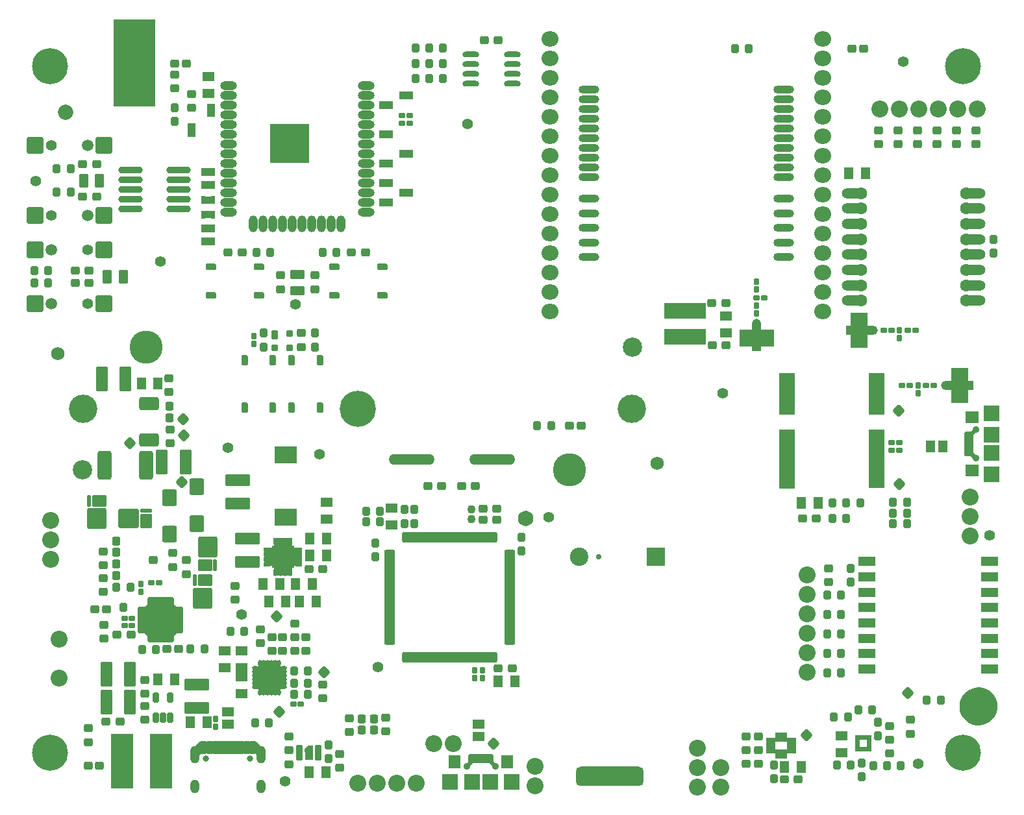
<source format=gts>
G04*
G04 #@! TF.GenerationSoftware,Altium Limited,Altium Designer,20.0.9 (164)*
G04*
G04 Layer_Color=8388736*
%FSLAX25Y25*%
%MOIN*%
G70*
G01*
G75*
%ADD31C,0.03937*%
%ADD32C,0.11811*%
%ADD33R,0.05217X0.04816*%
%ADD34R,0.04816X0.05217*%
%ADD35R,0.28543X0.06496*%
%ADD36R,0.05906X0.04685*%
%ADD37R,0.29921X0.09941*%
%ADD38R,0.34934X0.04921*%
%ADD39R,0.04740X0.09350*%
%ADD40R,0.07874X0.06693*%
%ADD41R,0.19502X0.09646*%
%ADD42R,0.09646X0.19502*%
%ADD43R,0.09350X0.04740*%
%ADD44R,0.11811X0.23352*%
%ADD45R,0.23347X0.11811*%
%ADD46R,0.08675X0.07032*%
%ADD47R,0.07305X0.08674*%
%ADD48R,0.08674X0.06035*%
%ADD49R,0.08071X0.21457*%
%ADD50R,0.08071X0.30118*%
%ADD51R,0.03346X0.07677*%
%ADD52R,0.03347X0.07677*%
%ADD53R,0.04685X0.05906*%
%ADD54R,0.21457X0.44685*%
%ADD55R,0.03150X0.09941*%
%ADD56R,0.09941X0.03150*%
%ADD57R,0.47342X0.05512*%
%ADD58R,0.05512X0.47342*%
G04:AMPARAMS|DCode=59|XSize=86.74mil|YSize=43.43mil|CornerRadius=21.72mil|HoleSize=0mil|Usage=FLASHONLY|Rotation=180.000|XOffset=0mil|YOffset=0mil|HoleType=Round|Shape=RoundedRectangle|*
%AMROUNDEDRECTD59*
21,1,0.08674,0.00000,0,0,180.0*
21,1,0.04331,0.04343,0,0,180.0*
1,1,0.04343,-0.02165,0.00000*
1,1,0.04343,0.02165,0.00000*
1,1,0.04343,0.02165,0.00000*
1,1,0.04343,-0.02165,0.00000*
%
%ADD59ROUNDEDRECTD59*%
G04:AMPARAMS|DCode=60|XSize=86.74mil|YSize=43.43mil|CornerRadius=21.72mil|HoleSize=0mil|Usage=FLASHONLY|Rotation=90.000|XOffset=0mil|YOffset=0mil|HoleType=Round|Shape=RoundedRectangle|*
%AMROUNDEDRECTD60*
21,1,0.08674,0.00000,0,0,90.0*
21,1,0.04331,0.04343,0,0,90.0*
1,1,0.04343,0.00000,0.02165*
1,1,0.04343,0.00000,-0.02165*
1,1,0.04343,0.00000,-0.02165*
1,1,0.04343,0.00000,0.02165*
%
%ADD60ROUNDEDRECTD60*%
%ADD61R,0.20485X0.20485*%
G04:AMPARAMS|DCode=62|XSize=43.43mil|YSize=39.5mil|CornerRadius=7.15mil|HoleSize=0mil|Usage=FLASHONLY|Rotation=180.000|XOffset=0mil|YOffset=0mil|HoleType=Round|Shape=RoundedRectangle|*
%AMROUNDEDRECTD62*
21,1,0.04343,0.02520,0,0,180.0*
21,1,0.02913,0.03950,0,0,180.0*
1,1,0.01430,-0.01457,0.01260*
1,1,0.01430,0.01457,0.01260*
1,1,0.01430,0.01457,-0.01260*
1,1,0.01430,-0.01457,-0.01260*
%
%ADD62ROUNDEDRECTD62*%
G04:AMPARAMS|DCode=63|XSize=47.37mil|YSize=35.56mil|CornerRadius=6.76mil|HoleSize=0mil|Usage=FLASHONLY|Rotation=270.000|XOffset=0mil|YOffset=0mil|HoleType=Round|Shape=RoundedRectangle|*
%AMROUNDEDRECTD63*
21,1,0.04737,0.02205,0,0,270.0*
21,1,0.03386,0.03556,0,0,270.0*
1,1,0.01351,-0.01102,-0.01693*
1,1,0.01351,-0.01102,0.01693*
1,1,0.01351,0.01102,0.01693*
1,1,0.01351,0.01102,-0.01693*
%
%ADD63ROUNDEDRECTD63*%
G04:AMPARAMS|DCode=64|XSize=31.62mil|YSize=35.56mil|CornerRadius=6.36mil|HoleSize=0mil|Usage=FLASHONLY|Rotation=270.000|XOffset=0mil|YOffset=0mil|HoleType=Round|Shape=RoundedRectangle|*
%AMROUNDEDRECTD64*
21,1,0.03162,0.02284,0,0,270.0*
21,1,0.01890,0.03556,0,0,270.0*
1,1,0.01272,-0.01142,-0.00945*
1,1,0.01272,-0.01142,0.00945*
1,1,0.01272,0.01142,0.00945*
1,1,0.01272,0.01142,-0.00945*
%
%ADD64ROUNDEDRECTD64*%
G04:AMPARAMS|DCode=65|XSize=48.16mil|YSize=22.17mil|CornerRadius=11.09mil|HoleSize=0mil|Usage=FLASHONLY|Rotation=270.000|XOffset=0mil|YOffset=0mil|HoleType=Round|Shape=RoundedRectangle|*
%AMROUNDEDRECTD65*
21,1,0.04816,0.00000,0,0,270.0*
21,1,0.02598,0.02217,0,0,270.0*
1,1,0.02217,0.00000,-0.01299*
1,1,0.02217,0.00000,0.01299*
1,1,0.02217,0.00000,0.01299*
1,1,0.02217,0.00000,-0.01299*
%
%ADD65ROUNDEDRECTD65*%
%ADD66R,0.04776X0.02178*%
%ADD67R,0.02178X0.04776*%
G04:AMPARAMS|DCode=68|XSize=48.16mil|YSize=22.17mil|CornerRadius=11.09mil|HoleSize=0mil|Usage=FLASHONLY|Rotation=0.000|XOffset=0mil|YOffset=0mil|HoleType=Round|Shape=RoundedRectangle|*
%AMROUNDEDRECTD68*
21,1,0.04816,0.00000,0,0,0.0*
21,1,0.02598,0.02217,0,0,0.0*
1,1,0.02217,0.01299,0.00000*
1,1,0.02217,-0.01299,0.00000*
1,1,0.02217,-0.01299,0.00000*
1,1,0.02217,0.01299,0.00000*
%
%ADD68ROUNDEDRECTD68*%
%ADD69R,0.01981X0.06509*%
%ADD70R,0.03162X0.06509*%
G04:AMPARAMS|DCode=71|XSize=51.31mil|YSize=31.62mil|CornerRadius=6.36mil|HoleSize=0mil|Usage=FLASHONLY|Rotation=90.000|XOffset=0mil|YOffset=0mil|HoleType=Round|Shape=RoundedRectangle|*
%AMROUNDEDRECTD71*
21,1,0.05131,0.01890,0,0,90.0*
21,1,0.03858,0.03162,0,0,90.0*
1,1,0.01272,0.00945,0.01929*
1,1,0.01272,0.00945,-0.01929*
1,1,0.01272,-0.00945,-0.01929*
1,1,0.01272,-0.00945,0.01929*
%
%ADD71ROUNDEDRECTD71*%
G04:AMPARAMS|DCode=72|XSize=19.81mil|YSize=46.98mil|CornerRadius=5.18mil|HoleSize=0mil|Usage=FLASHONLY|Rotation=180.000|XOffset=0mil|YOffset=0mil|HoleType=Round|Shape=RoundedRectangle|*
%AMROUNDEDRECTD72*
21,1,0.01981,0.03661,0,0,180.0*
21,1,0.00945,0.04698,0,0,180.0*
1,1,0.01036,-0.00472,0.01831*
1,1,0.01036,0.00472,0.01831*
1,1,0.01036,0.00472,-0.01831*
1,1,0.01036,-0.00472,-0.01831*
%
%ADD72ROUNDEDRECTD72*%
G04:AMPARAMS|DCode=73|XSize=47.37mil|YSize=47.37mil|CornerRadius=7.94mil|HoleSize=0mil|Usage=FLASHONLY|Rotation=315.000|XOffset=0mil|YOffset=0mil|HoleType=Round|Shape=RoundedRectangle|*
%AMROUNDEDRECTD73*
21,1,0.04737,0.03150,0,0,315.0*
21,1,0.03150,0.04737,0,0,315.0*
1,1,0.01587,0.00000,-0.02227*
1,1,0.01587,-0.02227,0.00000*
1,1,0.01587,0.00000,0.02227*
1,1,0.01587,0.02227,0.00000*
%
%ADD73ROUNDEDRECTD73*%
G04:AMPARAMS|DCode=74|XSize=47.37mil|YSize=47.37mil|CornerRadius=7.94mil|HoleSize=0mil|Usage=FLASHONLY|Rotation=225.000|XOffset=0mil|YOffset=0mil|HoleType=Round|Shape=RoundedRectangle|*
%AMROUNDEDRECTD74*
21,1,0.04737,0.03150,0,0,225.0*
21,1,0.03150,0.04737,0,0,225.0*
1,1,0.01587,-0.02227,0.00000*
1,1,0.01587,0.00000,0.02227*
1,1,0.01587,0.02227,0.00000*
1,1,0.01587,0.00000,-0.02227*
%
%ADD74ROUNDEDRECTD74*%
G04:AMPARAMS|DCode=75|XSize=86.74mil|YSize=86.74mil|CornerRadius=11.87mil|HoleSize=0mil|Usage=FLASHONLY|Rotation=90.000|XOffset=0mil|YOffset=0mil|HoleType=Round|Shape=RoundedRectangle|*
%AMROUNDEDRECTD75*
21,1,0.08674,0.06299,0,0,90.0*
21,1,0.06299,0.08674,0,0,90.0*
1,1,0.02375,0.03150,0.03150*
1,1,0.02375,0.03150,-0.03150*
1,1,0.02375,-0.03150,-0.03150*
1,1,0.02375,-0.03150,0.03150*
%
%ADD75ROUNDEDRECTD75*%
G04:AMPARAMS|DCode=76|XSize=39.5mil|YSize=43.43mil|CornerRadius=7.15mil|HoleSize=0mil|Usage=FLASHONLY|Rotation=270.000|XOffset=0mil|YOffset=0mil|HoleType=Round|Shape=RoundedRectangle|*
%AMROUNDEDRECTD76*
21,1,0.03950,0.02913,0,0,270.0*
21,1,0.02520,0.04343,0,0,270.0*
1,1,0.01430,-0.01457,-0.01260*
1,1,0.01430,-0.01457,0.01260*
1,1,0.01430,0.01457,0.01260*
1,1,0.01430,0.01457,-0.01260*
%
%ADD76ROUNDEDRECTD76*%
G04:AMPARAMS|DCode=77|XSize=51.31mil|YSize=35.56mil|CornerRadius=6.76mil|HoleSize=0mil|Usage=FLASHONLY|Rotation=270.000|XOffset=0mil|YOffset=0mil|HoleType=Round|Shape=RoundedRectangle|*
%AMROUNDEDRECTD77*
21,1,0.05131,0.02205,0,0,270.0*
21,1,0.03780,0.03556,0,0,270.0*
1,1,0.01351,-0.01102,-0.01890*
1,1,0.01351,-0.01102,0.01890*
1,1,0.01351,0.01102,0.01890*
1,1,0.01351,0.01102,-0.01890*
%
%ADD77ROUNDEDRECTD77*%
G04:AMPARAMS|DCode=78|XSize=51.31mil|YSize=35.56mil|CornerRadius=6.76mil|HoleSize=0mil|Usage=FLASHONLY|Rotation=0.000|XOffset=0mil|YOffset=0mil|HoleType=Round|Shape=RoundedRectangle|*
%AMROUNDEDRECTD78*
21,1,0.05131,0.02205,0,0,0.0*
21,1,0.03780,0.03556,0,0,0.0*
1,1,0.01351,0.01890,-0.01102*
1,1,0.01351,-0.01890,-0.01102*
1,1,0.01351,-0.01890,0.01102*
1,1,0.01351,0.01890,0.01102*
%
%ADD78ROUNDEDRECTD78*%
G04:AMPARAMS|DCode=79|XSize=43.83mil|YSize=40.68mil|CornerRadius=7.27mil|HoleSize=0mil|Usage=FLASHONLY|Rotation=90.000|XOffset=0mil|YOffset=0mil|HoleType=Round|Shape=RoundedRectangle|*
%AMROUNDEDRECTD79*
21,1,0.04383,0.02614,0,0,90.0*
21,1,0.02929,0.04068,0,0,90.0*
1,1,0.01454,0.01307,0.01465*
1,1,0.01454,0.01307,-0.01465*
1,1,0.01454,-0.01307,-0.01465*
1,1,0.01454,-0.01307,0.01465*
%
%ADD79ROUNDEDRECTD79*%
G04:AMPARAMS|DCode=80|XSize=43.83mil|YSize=40.68mil|CornerRadius=7.27mil|HoleSize=0mil|Usage=FLASHONLY|Rotation=0.000|XOffset=0mil|YOffset=0mil|HoleType=Round|Shape=RoundedRectangle|*
%AMROUNDEDRECTD80*
21,1,0.04383,0.02614,0,0,0.0*
21,1,0.02929,0.04068,0,0,0.0*
1,1,0.01454,0.01465,-0.01307*
1,1,0.01454,-0.01465,-0.01307*
1,1,0.01454,-0.01465,0.01307*
1,1,0.01454,0.01465,0.01307*
%
%ADD80ROUNDEDRECTD80*%
G04:AMPARAMS|DCode=81|XSize=27.69mil|YSize=31.62mil|CornerRadius=5.97mil|HoleSize=0mil|Usage=FLASHONLY|Rotation=0.000|XOffset=0mil|YOffset=0mil|HoleType=Round|Shape=RoundedRectangle|*
%AMROUNDEDRECTD81*
21,1,0.02769,0.01968,0,0,0.0*
21,1,0.01575,0.03162,0,0,0.0*
1,1,0.01194,0.00787,-0.00984*
1,1,0.01194,-0.00787,-0.00984*
1,1,0.01194,-0.00787,0.00984*
1,1,0.01194,0.00787,0.00984*
%
%ADD81ROUNDEDRECTD81*%
%ADD82R,0.08280X0.08280*%
G04:AMPARAMS|DCode=83|XSize=47.37mil|YSize=23.75mil|CornerRadius=5.58mil|HoleSize=0mil|Usage=FLASHONLY|Rotation=180.000|XOffset=0mil|YOffset=0mil|HoleType=Round|Shape=RoundedRectangle|*
%AMROUNDEDRECTD83*
21,1,0.04737,0.01260,0,0,180.0*
21,1,0.03622,0.02375,0,0,180.0*
1,1,0.01115,-0.01811,0.00630*
1,1,0.01115,0.01811,0.00630*
1,1,0.01115,0.01811,-0.00630*
1,1,0.01115,-0.01811,-0.00630*
%
%ADD83ROUNDEDRECTD83*%
%ADD84R,0.08280X0.07887*%
%ADD85R,0.07099X0.06312*%
G04:AMPARAMS|DCode=86|XSize=67.06mil|YSize=27.29mil|CornerRadius=13.65mil|HoleSize=0mil|Usage=FLASHONLY|Rotation=270.000|XOffset=0mil|YOffset=0mil|HoleType=Round|Shape=RoundedRectangle|*
%AMROUNDEDRECTD86*
21,1,0.06706,0.00000,0,0,270.0*
21,1,0.03976,0.02729,0,0,270.0*
1,1,0.02729,0.00000,-0.01988*
1,1,0.02729,0.00000,0.01988*
1,1,0.02729,0.00000,0.01988*
1,1,0.02729,0.00000,-0.01988*
%
%ADD86ROUNDEDRECTD86*%
G04:AMPARAMS|DCode=87|XSize=63.12mil|YSize=72.33mil|CornerRadius=6.76mil|HoleSize=0mil|Usage=FLASHONLY|Rotation=90.000|XOffset=0mil|YOffset=0mil|HoleType=Round|Shape=RoundedRectangle|*
%AMROUNDEDRECTD87*
21,1,0.06312,0.05882,0,0,90.0*
21,1,0.04961,0.07233,0,0,90.0*
1,1,0.01351,0.02941,0.02480*
1,1,0.01351,0.02941,-0.02480*
1,1,0.01351,-0.02941,-0.02480*
1,1,0.01351,-0.02941,0.02480*
%
%ADD87ROUNDEDRECTD87*%
G04:AMPARAMS|DCode=88|XSize=106.42mil|YSize=98.55mil|CornerRadius=8.53mil|HoleSize=0mil|Usage=FLASHONLY|Rotation=270.000|XOffset=0mil|YOffset=0mil|HoleType=Round|Shape=RoundedRectangle|*
%AMROUNDEDRECTD88*
21,1,0.10642,0.08150,0,0,270.0*
21,1,0.08937,0.09855,0,0,270.0*
1,1,0.01706,-0.04075,-0.04469*
1,1,0.01706,-0.04075,0.04469*
1,1,0.01706,0.04075,0.04469*
1,1,0.01706,0.04075,-0.04469*
%
%ADD88ROUNDEDRECTD88*%
G04:AMPARAMS|DCode=89|XSize=63.12mil|YSize=19.81mil|CornerRadius=5.18mil|HoleSize=0mil|Usage=FLASHONLY|Rotation=90.000|XOffset=0mil|YOffset=0mil|HoleType=Round|Shape=RoundedRectangle|*
%AMROUNDEDRECTD89*
21,1,0.06312,0.00945,0,0,90.0*
21,1,0.05276,0.01981,0,0,90.0*
1,1,0.01036,0.00472,0.02638*
1,1,0.01036,0.00472,-0.02638*
1,1,0.01036,-0.00472,-0.02638*
1,1,0.01036,-0.00472,0.02638*
%
%ADD89ROUNDEDRECTD89*%
G04:AMPARAMS|DCode=90|XSize=63.12mil|YSize=19.81mil|CornerRadius=5.18mil|HoleSize=0mil|Usage=FLASHONLY|Rotation=180.000|XOffset=0mil|YOffset=0mil|HoleType=Round|Shape=RoundedRectangle|*
%AMROUNDEDRECTD90*
21,1,0.06312,0.00945,0,0,180.0*
21,1,0.05276,0.01981,0,0,180.0*
1,1,0.01036,-0.02638,0.00472*
1,1,0.01036,0.02638,0.00472*
1,1,0.01036,0.02638,-0.00472*
1,1,0.01036,-0.02638,-0.00472*
%
%ADD90ROUNDEDRECTD90*%
G04:AMPARAMS|DCode=91|XSize=106.42mil|YSize=98.55mil|CornerRadius=8.53mil|HoleSize=0mil|Usage=FLASHONLY|Rotation=0.000|XOffset=0mil|YOffset=0mil|HoleType=Round|Shape=RoundedRectangle|*
%AMROUNDEDRECTD91*
21,1,0.10642,0.08150,0,0,0.0*
21,1,0.08937,0.09855,0,0,0.0*
1,1,0.01706,0.04469,-0.04075*
1,1,0.01706,-0.04469,-0.04075*
1,1,0.01706,-0.04469,0.04075*
1,1,0.01706,0.04469,0.04075*
%
%ADD91ROUNDEDRECTD91*%
G04:AMPARAMS|DCode=92|XSize=63.12mil|YSize=72.33mil|CornerRadius=6.76mil|HoleSize=0mil|Usage=FLASHONLY|Rotation=180.000|XOffset=0mil|YOffset=0mil|HoleType=Round|Shape=RoundedRectangle|*
%AMROUNDEDRECTD92*
21,1,0.06312,0.05882,0,0,180.0*
21,1,0.04961,0.07233,0,0,180.0*
1,1,0.01351,-0.02480,0.02941*
1,1,0.01351,0.02480,0.02941*
1,1,0.01351,0.02480,-0.02941*
1,1,0.01351,-0.02480,-0.02941*
%
%ADD92ROUNDEDRECTD92*%
%ADD93R,0.01981X0.01981*%
%ADD94O,0.01981X0.03950*%
%ADD95R,0.01981X0.01981*%
%ADD96O,0.03950X0.01981*%
%ADD97R,0.11430X0.11430*%
%ADD98R,0.06312X0.07099*%
%ADD99R,0.07887X0.08280*%
G04:AMPARAMS|DCode=100|XSize=47.37mil|YSize=23.75mil|CornerRadius=5.58mil|HoleSize=0mil|Usage=FLASHONLY|Rotation=90.000|XOffset=0mil|YOffset=0mil|HoleType=Round|Shape=RoundedRectangle|*
%AMROUNDEDRECTD100*
21,1,0.04737,0.01260,0,0,90.0*
21,1,0.03622,0.02375,0,0,90.0*
1,1,0.01115,0.00630,0.01811*
1,1,0.01115,0.00630,-0.01811*
1,1,0.01115,-0.00630,-0.01811*
1,1,0.01115,-0.00630,0.01811*
%
%ADD100ROUNDEDRECTD100*%
%ADD101R,0.08280X0.08280*%
G04:AMPARAMS|DCode=102|XSize=20.47mil|YSize=46.85mil|CornerRadius=10.24mil|HoleSize=0mil|Usage=FLASHONLY|Rotation=270.000|XOffset=0mil|YOffset=0mil|HoleType=Round|Shape=RoundedRectangle|*
%AMROUNDEDRECTD102*
21,1,0.02047,0.02638,0,0,270.0*
21,1,0.00000,0.04685,0,0,270.0*
1,1,0.02047,-0.01319,0.00000*
1,1,0.02047,-0.01319,0.00000*
1,1,0.02047,0.01319,0.00000*
1,1,0.02047,0.01319,0.00000*
%
%ADD102ROUNDEDRECTD102*%
G04:AMPARAMS|DCode=103|XSize=20.47mil|YSize=46.85mil|CornerRadius=10.24mil|HoleSize=0mil|Usage=FLASHONLY|Rotation=0.000|XOffset=0mil|YOffset=0mil|HoleType=Round|Shape=RoundedRectangle|*
%AMROUNDEDRECTD103*
21,1,0.02047,0.02638,0,0,0.0*
21,1,0.00000,0.04685,0,0,0.0*
1,1,0.02047,0.00000,-0.01319*
1,1,0.02047,0.00000,-0.01319*
1,1,0.02047,0.00000,0.01319*
1,1,0.02047,0.00000,0.01319*
%
%ADD103ROUNDEDRECTD103*%
%ADD104R,0.13202X0.13202*%
G04:AMPARAMS|DCode=105|XSize=106.42mil|YSize=39.5mil|CornerRadius=19.75mil|HoleSize=0mil|Usage=FLASHONLY|Rotation=0.000|XOffset=0mil|YOffset=0mil|HoleType=Round|Shape=RoundedRectangle|*
%AMROUNDEDRECTD105*
21,1,0.10642,0.00000,0,0,0.0*
21,1,0.06693,0.03950,0,0,0.0*
1,1,0.03950,0.03347,0.00000*
1,1,0.03950,-0.03347,0.00000*
1,1,0.03950,-0.03347,0.00000*
1,1,0.03950,0.03347,0.00000*
%
%ADD105ROUNDEDRECTD105*%
%ADD106R,0.04343X0.04737*%
G04:AMPARAMS|DCode=107|XSize=33.59mil|YSize=17.84mil|CornerRadius=4.98mil|HoleSize=0mil|Usage=FLASHONLY|Rotation=0.000|XOffset=0mil|YOffset=0mil|HoleType=Round|Shape=RoundedRectangle|*
%AMROUNDEDRECTD107*
21,1,0.03359,0.00787,0,0,0.0*
21,1,0.02362,0.01784,0,0,0.0*
1,1,0.00997,0.01181,-0.00394*
1,1,0.00997,-0.01181,-0.00394*
1,1,0.00997,-0.01181,0.00394*
1,1,0.00997,0.01181,0.00394*
%
%ADD107ROUNDEDRECTD107*%
G04:AMPARAMS|DCode=108|XSize=43.43mil|YSize=39.5mil|CornerRadius=7.15mil|HoleSize=0mil|Usage=FLASHONLY|Rotation=270.000|XOffset=0mil|YOffset=0mil|HoleType=Round|Shape=RoundedRectangle|*
%AMROUNDEDRECTD108*
21,1,0.04343,0.02520,0,0,270.0*
21,1,0.02913,0.03950,0,0,270.0*
1,1,0.01430,-0.01260,-0.01457*
1,1,0.01430,-0.01260,0.01457*
1,1,0.01430,0.01260,0.01457*
1,1,0.01430,0.01260,-0.01457*
%
%ADD108ROUNDEDRECTD108*%
G04:AMPARAMS|DCode=109|XSize=19.81mil|YSize=46.98mil|CornerRadius=5.18mil|HoleSize=0mil|Usage=FLASHONLY|Rotation=90.000|XOffset=0mil|YOffset=0mil|HoleType=Round|Shape=RoundedRectangle|*
%AMROUNDEDRECTD109*
21,1,0.01981,0.03661,0,0,90.0*
21,1,0.00945,0.04698,0,0,90.0*
1,1,0.01036,0.01831,0.00472*
1,1,0.01036,0.01831,-0.00472*
1,1,0.01036,-0.01831,-0.00472*
1,1,0.01036,-0.01831,0.00472*
%
%ADD109ROUNDEDRECTD109*%
G04:AMPARAMS|DCode=110|XSize=86.74mil|YSize=74.93mil|CornerRadius=10.69mil|HoleSize=0mil|Usage=FLASHONLY|Rotation=270.000|XOffset=0mil|YOffset=0mil|HoleType=Round|Shape=RoundedRectangle|*
%AMROUNDEDRECTD110*
21,1,0.08674,0.05354,0,0,270.0*
21,1,0.06535,0.07493,0,0,270.0*
1,1,0.02139,-0.02677,-0.03268*
1,1,0.02139,-0.02677,0.03268*
1,1,0.02139,0.02677,0.03268*
1,1,0.02139,0.02677,-0.03268*
%
%ADD110ROUNDEDRECTD110*%
G04:AMPARAMS|DCode=111|XSize=60.76mil|YSize=126.9mil|CornerRadius=9.28mil|HoleSize=0mil|Usage=FLASHONLY|Rotation=0.000|XOffset=0mil|YOffset=0mil|HoleType=Round|Shape=RoundedRectangle|*
%AMROUNDEDRECTD111*
21,1,0.06076,0.10835,0,0,0.0*
21,1,0.04221,0.12690,0,0,0.0*
1,1,0.01855,0.02110,-0.05417*
1,1,0.01855,-0.02110,-0.05417*
1,1,0.01855,-0.02110,0.05417*
1,1,0.01855,0.02110,0.05417*
%
%ADD111ROUNDEDRECTD111*%
G04:AMPARAMS|DCode=112|XSize=60.76mil|YSize=126.9mil|CornerRadius=9.28mil|HoleSize=0mil|Usage=FLASHONLY|Rotation=270.000|XOffset=0mil|YOffset=0mil|HoleType=Round|Shape=RoundedRectangle|*
%AMROUNDEDRECTD112*
21,1,0.06076,0.10835,0,0,270.0*
21,1,0.04221,0.12690,0,0,270.0*
1,1,0.01855,-0.05417,-0.02110*
1,1,0.01855,-0.05417,0.02110*
1,1,0.01855,0.05417,0.02110*
1,1,0.01855,0.05417,-0.02110*
%
%ADD112ROUNDEDRECTD112*%
G04:AMPARAMS|DCode=113|XSize=63.12mil|YSize=47.37mil|CornerRadius=7.94mil|HoleSize=0mil|Usage=FLASHONLY|Rotation=270.000|XOffset=0mil|YOffset=0mil|HoleType=Round|Shape=RoundedRectangle|*
%AMROUNDEDRECTD113*
21,1,0.06312,0.03150,0,0,270.0*
21,1,0.04724,0.04737,0,0,270.0*
1,1,0.01587,-0.01575,-0.02362*
1,1,0.01587,-0.01575,0.02362*
1,1,0.01587,0.01575,0.02362*
1,1,0.01587,0.01575,-0.02362*
%
%ADD113ROUNDEDRECTD113*%
G04:AMPARAMS|DCode=114|XSize=63.12mil|YSize=47.37mil|CornerRadius=7.94mil|HoleSize=0mil|Usage=FLASHONLY|Rotation=180.000|XOffset=0mil|YOffset=0mil|HoleType=Round|Shape=RoundedRectangle|*
%AMROUNDEDRECTD114*
21,1,0.06312,0.03150,0,0,180.0*
21,1,0.04724,0.04737,0,0,180.0*
1,1,0.01587,-0.02362,0.01575*
1,1,0.01587,0.02362,0.01575*
1,1,0.01587,0.02362,-0.01575*
1,1,0.01587,-0.02362,-0.01575*
%
%ADD114ROUNDEDRECTD114*%
G04:AMPARAMS|DCode=115|XSize=39.5mil|YSize=43.43mil|CornerRadius=7.15mil|HoleSize=0mil|Usage=FLASHONLY|Rotation=0.000|XOffset=0mil|YOffset=0mil|HoleType=Round|Shape=RoundedRectangle|*
%AMROUNDEDRECTD115*
21,1,0.03950,0.02913,0,0,0.0*
21,1,0.02520,0.04343,0,0,0.0*
1,1,0.01430,0.01260,-0.01457*
1,1,0.01430,-0.01260,-0.01457*
1,1,0.01430,-0.01260,0.01457*
1,1,0.01430,0.01260,0.01457*
%
%ADD115ROUNDEDRECTD115*%
G04:AMPARAMS|DCode=116|XSize=27.69mil|YSize=31.62mil|CornerRadius=5.97mil|HoleSize=0mil|Usage=FLASHONLY|Rotation=90.000|XOffset=0mil|YOffset=0mil|HoleType=Round|Shape=RoundedRectangle|*
%AMROUNDEDRECTD116*
21,1,0.02769,0.01968,0,0,90.0*
21,1,0.01575,0.03162,0,0,90.0*
1,1,0.01194,0.00984,0.00787*
1,1,0.01194,0.00984,-0.00787*
1,1,0.01194,-0.00984,-0.00787*
1,1,0.01194,-0.00984,0.00787*
%
%ADD116ROUNDEDRECTD116*%
G04:AMPARAMS|DCode=117|XSize=145.8mil|YSize=70.99mil|CornerRadius=10.3mil|HoleSize=0mil|Usage=FLASHONLY|Rotation=90.000|XOffset=0mil|YOffset=0mil|HoleType=Round|Shape=RoundedRectangle|*
%AMROUNDEDRECTD117*
21,1,0.14580,0.05039,0,0,90.0*
21,1,0.12520,0.07099,0,0,90.0*
1,1,0.02060,0.02520,0.06260*
1,1,0.02060,0.02520,-0.06260*
1,1,0.02060,-0.02520,-0.06260*
1,1,0.02060,-0.02520,0.06260*
%
%ADD117ROUNDEDRECTD117*%
%ADD118R,0.11627X0.28359*%
%ADD119R,0.21666X0.08280*%
G04:AMPARAMS|DCode=120|XSize=35.56mil|YSize=126.11mil|CornerRadius=17.78mil|HoleSize=0mil|Usage=FLASHONLY|Rotation=90.000|XOffset=0mil|YOffset=0mil|HoleType=Round|Shape=RoundedRectangle|*
%AMROUNDEDRECTD120*
21,1,0.03556,0.09055,0,0,90.0*
21,1,0.00000,0.12611,0,0,90.0*
1,1,0.03556,0.04528,0.00000*
1,1,0.03556,0.04528,0.00000*
1,1,0.03556,-0.04528,0.00000*
1,1,0.03556,-0.04528,0.00000*
%
%ADD120ROUNDEDRECTD120*%
%ADD121R,0.11824X0.08674*%
%ADD122R,0.04737X0.04343*%
%ADD123R,0.06312X0.08674*%
G04:AMPARAMS|DCode=124|XSize=47.37mil|YSize=118.24mil|CornerRadius=23.68mil|HoleSize=0mil|Usage=FLASHONLY|Rotation=180.000|XOffset=0mil|YOffset=0mil|HoleType=Round|Shape=RoundedRectangle|*
%AMROUNDEDRECTD124*
21,1,0.04737,0.07087,0,0,180.0*
21,1,0.00000,0.11824,0,0,180.0*
1,1,0.04737,0.00000,0.03543*
1,1,0.04737,0.00000,0.03543*
1,1,0.04737,0.00000,-0.03543*
1,1,0.04737,0.00000,-0.03543*
%
%ADD124ROUNDEDRECTD124*%
%ADD125R,0.08674X0.06312*%
G04:AMPARAMS|DCode=126|XSize=47.37mil|YSize=118.24mil|CornerRadius=23.68mil|HoleSize=0mil|Usage=FLASHONLY|Rotation=270.000|XOffset=0mil|YOffset=0mil|HoleType=Round|Shape=RoundedRectangle|*
%AMROUNDEDRECTD126*
21,1,0.04737,0.07087,0,0,270.0*
21,1,0.00000,0.11824,0,0,270.0*
1,1,0.04737,-0.03543,0.00000*
1,1,0.04737,-0.03543,0.00000*
1,1,0.04737,0.03543,0.00000*
1,1,0.04737,0.03543,0.00000*
%
%ADD126ROUNDEDRECTD126*%
%ADD127R,0.03950X0.02375*%
%ADD128R,0.02375X0.03950*%
%ADD129R,0.07887X0.03950*%
G04:AMPARAMS|DCode=130|XSize=55.24mil|YSize=110.36mil|CornerRadius=27.62mil|HoleSize=0mil|Usage=FLASHONLY|Rotation=270.000|XOffset=0mil|YOffset=0mil|HoleType=Round|Shape=RoundedRectangle|*
%AMROUNDEDRECTD130*
21,1,0.05524,0.05512,0,0,270.0*
21,1,0.00000,0.11036,0,0,270.0*
1,1,0.05524,-0.02756,0.00000*
1,1,0.05524,-0.02756,0.00000*
1,1,0.05524,0.02756,0.00000*
1,1,0.05524,0.02756,0.00000*
%
%ADD130ROUNDEDRECTD130*%
%ADD131O,0.03162X0.01784*%
%ADD132O,0.01784X0.03162*%
%ADD133R,0.11417X0.11417*%
%ADD134O,0.01981X0.05524*%
%ADD135O,0.05524X0.01981*%
G04:AMPARAMS|DCode=136|XSize=86mil|YSize=30mil|CornerRadius=15mil|HoleSize=0mil|Usage=FLASHONLY|Rotation=0.000|XOffset=0mil|YOffset=0mil|HoleType=Round|Shape=RoundedRectangle|*
%AMROUNDEDRECTD136*
21,1,0.08600,0.00000,0,0,0.0*
21,1,0.05600,0.03000,0,0,0.0*
1,1,0.03000,0.02800,0.00000*
1,1,0.03000,-0.02800,0.00000*
1,1,0.03000,-0.02800,0.00000*
1,1,0.03000,0.02800,0.00000*
%
%ADD136ROUNDEDRECTD136*%
%ADD137O,0.23438X0.05328*%
%ADD138C,0.08674*%
%ADD139O,0.04737X0.09068*%
%ADD140O,0.04737X0.07099*%
%ADD141C,0.03150*%
%ADD142C,0.06800*%
%ADD143C,0.14580*%
%ADD144C,0.17024*%
%ADD145C,0.09937*%
%ADD146C,0.18598*%
%ADD147C,0.05906*%
%ADD148C,0.05512*%
%ADD149C,0.05524*%
%ADD150C,0.04934*%
%ADD151C,0.04343*%
%ADD152C,0.03556*%
%ADD153O,0.08674X0.07887*%
%ADD154C,0.18517*%
%ADD155R,0.09461X0.09461*%
%ADD156C,0.09461*%
%ADD157C,0.02769*%
%ADD158R,0.08674X0.04737*%
%ADD159C,0.06312*%
G36*
X208268Y359409D02*
X204331D01*
Y363347D01*
X208268D01*
Y359409D01*
D02*
G37*
G36*
X198031Y354410D02*
X194095D01*
Y358347D01*
X198031D01*
Y354410D01*
D02*
G37*
G36*
X108268Y351772D02*
X104331D01*
Y355709D01*
X108268D01*
Y351772D01*
D02*
G37*
G36*
X98228Y341634D02*
X94291D01*
Y345571D01*
X98228D01*
Y341634D01*
D02*
G37*
G36*
X198031Y339409D02*
X194095D01*
Y343347D01*
X198031D01*
Y339409D01*
D02*
G37*
G36*
X208268Y329410D02*
X204331D01*
Y333347D01*
X208268D01*
Y329410D01*
D02*
G37*
G36*
X198031Y324410D02*
X194095D01*
Y328346D01*
X198031D01*
Y324410D01*
D02*
G37*
G36*
X106693Y320197D02*
X102756D01*
Y324134D01*
X106693D01*
Y320197D01*
D02*
G37*
G36*
X198031Y314409D02*
X194095D01*
Y318347D01*
X198031D01*
Y314409D01*
D02*
G37*
G36*
X106693Y313327D02*
X102756D01*
Y317264D01*
X106693D01*
Y313327D01*
D02*
G37*
G36*
X208268Y309409D02*
X204331D01*
Y313347D01*
X208268D01*
Y309409D01*
D02*
G37*
G36*
X106693Y305591D02*
X102756D01*
Y309528D01*
X106693D01*
Y305591D01*
D02*
G37*
G36*
X198031Y304410D02*
X194095D01*
Y308347D01*
X198031D01*
Y304410D01*
D02*
G37*
G36*
X106693Y298228D02*
X102756D01*
Y302165D01*
X106693D01*
Y298228D01*
D02*
G37*
G36*
X106693Y291142D02*
X102756D01*
Y295079D01*
X106693D01*
Y291142D01*
D02*
G37*
G36*
Y284449D02*
X102756D01*
Y288386D01*
X106693D01*
Y284449D01*
D02*
G37*
G36*
X406004Y197343D02*
X398031D01*
Y218799D01*
X406004D01*
Y197343D01*
D02*
G37*
G36*
X496978Y186093D02*
X495276Y187796D01*
X497244Y189764D01*
X500334Y189800D01*
X496978Y186093D01*
D02*
G37*
G36*
X500334Y174963D02*
X497244Y175000D01*
X495276Y176968D01*
X496978Y178671D01*
X500334Y174963D01*
D02*
G37*
G36*
X406004Y159547D02*
X398031D01*
Y189665D01*
X406004D01*
Y159547D01*
D02*
G37*
G36*
X89219Y97992D02*
X89218Y95827D01*
X84298Y95827D01*
X84298Y100749D01*
X86463D01*
X89219Y97992D01*
D02*
G37*
G36*
X76424Y100748D02*
X76424Y95827D01*
X71502Y95827D01*
Y97992D01*
X74258Y100748D01*
X76424Y100748D01*
D02*
G37*
G36*
X89219Y87953D02*
Y85788D01*
X86463Y83031D01*
X84298Y83032D01*
X84298Y87953D01*
X89219Y87953D01*
D02*
G37*
G36*
X76424Y83031D02*
X74259D01*
X71502Y85788D01*
X71503Y87953D01*
X76424Y87953D01*
X76424Y83031D01*
D02*
G37*
G36*
X142027Y68110D02*
X143061D01*
Y56496D01*
X142029Y56496D01*
X142029Y55391D01*
X130413D01*
Y56496D01*
X129308Y56496D01*
X129310Y68110D01*
X130217Y68110D01*
X130413D01*
Y69095D01*
X142027Y69144D01*
Y68110D01*
D02*
G37*
G36*
X443111Y32595D02*
X445174Y32595D01*
X445174Y28847D01*
D01*
Y28551D01*
Y28256D01*
D01*
X445174Y24508D01*
X443111Y24507D01*
X443111Y24407D01*
X438956D01*
Y24507D01*
X436887D01*
Y28256D01*
Y28847D01*
Y32595D01*
X438956D01*
Y32695D01*
X443111D01*
X443111Y32595D01*
D02*
G37*
G36*
X158320Y27269D02*
X158372Y27259D01*
X158422Y27242D01*
X158469Y27219D01*
X158513Y27189D01*
X158552Y27155D01*
X158587Y27115D01*
X158616Y27071D01*
X158640Y27024D01*
X158656Y26974D01*
X158667Y26923D01*
X158670Y26870D01*
Y24114D01*
X158667Y24062D01*
X158656Y24010D01*
X158640Y23960D01*
X158616Y23913D01*
X158587Y23869D01*
X158552Y23830D01*
X158513Y23795D01*
X158469Y23766D01*
X158422Y23742D01*
X158372Y23726D01*
X158320Y23715D01*
X158268Y23712D01*
X154724D01*
X154672Y23715D01*
X154620Y23726D01*
X154570Y23742D01*
X154523Y23766D01*
X154479Y23795D01*
X154440Y23830D01*
X154405Y23869D01*
X154376Y23913D01*
X154353Y23960D01*
X154336Y24010D01*
X154325Y24062D01*
X154322Y24114D01*
Y25689D01*
X154325Y25741D01*
X154336Y25793D01*
X154348Y25830D01*
X154353Y25843D01*
X154376Y25890D01*
X154405Y25934D01*
X154440Y25973D01*
X155621Y27155D01*
X155660Y27189D01*
X155704Y27219D01*
X155752Y27242D01*
X155776Y27250D01*
X155801Y27259D01*
X155853Y27269D01*
X155905Y27272D01*
X158268Y27272D01*
X158320Y27269D01*
D02*
G37*
G36*
X131890Y26969D02*
Y23622D01*
X130807Y22539D01*
X129724D01*
X129134Y23130D01*
Y29528D01*
X129232Y29626D01*
X131890Y26969D01*
D02*
G37*
G36*
X100787Y29528D02*
Y23130D01*
X100197Y22539D01*
X99114D01*
X98032Y23622D01*
Y26969D01*
X100689Y29626D01*
X100787Y29528D01*
D02*
G37*
G36*
X252166Y18504D02*
X252202Y15414D01*
X248495Y18770D01*
X250197Y20472D01*
X252166Y18504D01*
D02*
G37*
G36*
X241073Y18770D02*
X237365Y15414D01*
X237402Y18504D01*
X239370Y20472D01*
X241073Y18770D01*
D02*
G37*
%LPC*%
G36*
X442891Y30413D02*
X439172D01*
Y28256D01*
Y26689D01*
X442891D01*
Y28256D01*
Y28847D01*
Y30413D01*
D02*
G37*
%LPD*%
D31*
X269685Y144095D02*
X269421Y145079D01*
X268701Y145799D01*
X267717Y146063D01*
X266732Y145799D01*
X266012Y145079D01*
X265748Y144095D01*
X266012Y143110D01*
X266732Y142390D01*
X267717Y142126D01*
X268701Y142390D01*
X269421Y143110D01*
X269685Y144095D01*
X33465Y352756D02*
X33201Y353740D01*
X32480Y354461D01*
X31496Y354724D01*
X30512Y354461D01*
X29791Y353740D01*
X29528Y352756D01*
X29791Y351772D01*
X30512Y351051D01*
X31496Y350787D01*
X32480Y351051D01*
X33201Y351772D01*
X33465Y352756D01*
D32*
X503937Y47638D02*
X503813Y48617D01*
X503450Y49534D01*
X502870Y50333D01*
X502110Y50962D01*
X501217Y51382D01*
X500247Y51567D01*
X499262Y51505D01*
X498324Y51200D01*
X497491Y50671D01*
X496815Y49952D01*
X496340Y49087D01*
X496094Y48131D01*
Y47144D01*
X496340Y46189D01*
X496815Y45324D01*
X497490Y44604D01*
X498324Y44076D01*
X499262Y43771D01*
X500247Y43709D01*
X501217Y43894D01*
X502110Y44314D01*
X502870Y44943D01*
X503450Y45741D01*
X503813Y46659D01*
X503937Y47638D01*
D33*
X150482Y269509D02*
D03*
X150581Y261201D02*
D03*
D34*
X40728Y317569D02*
D03*
X49036Y317667D02*
D03*
X61240Y268356D02*
D03*
X52933Y268258D02*
D03*
D35*
X114961Y26388D02*
D03*
D36*
X114961Y38465D02*
D03*
Y44803D02*
D03*
X243504Y32067D02*
D03*
Y38405D02*
D03*
D37*
X310748Y11613D02*
D03*
D38*
X310750Y11610D02*
D03*
D39*
X495079Y182530D02*
D03*
D40*
X74472Y202929D02*
D03*
Y184425D02*
D03*
D41*
X143087Y124311D02*
D03*
D42*
X143087Y124311D02*
D03*
D43*
X244931Y20670D02*
D03*
D44*
X80361Y91887D02*
D03*
D45*
X80360Y91890D02*
D03*
D46*
X490650Y211991D02*
D03*
D47*
X386867Y236811D02*
D03*
D48*
X438878Y240813D02*
D03*
D49*
X448032Y208071D02*
D03*
D50*
Y174606D02*
D03*
D51*
X151673Y23720D02*
D03*
D52*
X161319D02*
D03*
D53*
X475571Y181102D02*
D03*
X481910D02*
D03*
D54*
X66929Y378051D02*
D03*
D55*
X128740Y62254D02*
D03*
X143701Y62352D02*
D03*
D56*
X136171Y69784D02*
D03*
X136270Y54823D02*
D03*
D57*
X228789Y72638D02*
D03*
X228691Y134449D02*
D03*
D58*
X197835Y103494D02*
D03*
X259646Y103593D02*
D03*
D59*
X185965Y366378D02*
D03*
Y361378D02*
D03*
Y356378D02*
D03*
Y351378D02*
D03*
Y346378D02*
D03*
Y341378D02*
D03*
Y336378D02*
D03*
Y331378D02*
D03*
Y326378D02*
D03*
Y321378D02*
D03*
Y316378D02*
D03*
Y311378D02*
D03*
Y306378D02*
D03*
Y301378D02*
D03*
X115098D02*
D03*
Y306378D02*
D03*
Y311378D02*
D03*
Y316378D02*
D03*
Y321378D02*
D03*
Y326378D02*
D03*
Y331378D02*
D03*
Y336378D02*
D03*
Y341378D02*
D03*
Y346378D02*
D03*
Y351378D02*
D03*
Y356378D02*
D03*
Y361378D02*
D03*
Y366378D02*
D03*
D60*
X173031Y295472D02*
D03*
X168032D02*
D03*
X163031D02*
D03*
X158031D02*
D03*
X153032D02*
D03*
X148031D02*
D03*
X143032D02*
D03*
X138031D02*
D03*
X133031D02*
D03*
X128032D02*
D03*
D61*
X146595Y336850D02*
D03*
D62*
X86614Y126378D02*
D03*
Y118898D02*
D03*
X76378Y122638D02*
D03*
X454528Y23228D02*
D03*
Y30315D02*
D03*
Y37402D02*
D03*
X149213Y90059D02*
D03*
Y82972D02*
D03*
Y75886D02*
D03*
X381004Y18012D02*
D03*
Y25098D02*
D03*
Y32185D02*
D03*
X387205D02*
D03*
Y25098D02*
D03*
Y18012D02*
D03*
X146358Y17815D02*
D03*
Y24902D02*
D03*
Y31988D02*
D03*
X196006Y41737D02*
D03*
Y34651D02*
D03*
X152559Y239272D02*
D03*
Y232185D02*
D03*
X159449Y268898D02*
D03*
Y261811D02*
D03*
X96161Y355118D02*
D03*
Y362205D02*
D03*
X141732Y268898D02*
D03*
Y261811D02*
D03*
X87697Y372146D02*
D03*
Y365059D02*
D03*
X137401Y75886D02*
D03*
Y82972D02*
D03*
X142913D02*
D03*
Y75886D02*
D03*
X154724Y82972D02*
D03*
Y75886D02*
D03*
X131496Y79921D02*
D03*
Y87008D02*
D03*
X163386Y51575D02*
D03*
Y58661D02*
D03*
X93648Y122593D02*
D03*
Y115506D02*
D03*
X85138Y182579D02*
D03*
Y189665D02*
D03*
X84646Y209055D02*
D03*
Y216142D02*
D03*
X423228Y118504D02*
D03*
Y111417D02*
D03*
X498819Y336220D02*
D03*
Y343307D02*
D03*
X488819Y336220D02*
D03*
Y343307D02*
D03*
X478819Y336220D02*
D03*
Y343307D02*
D03*
X468819D02*
D03*
Y336220D02*
D03*
X458819D02*
D03*
Y343307D02*
D03*
X448819D02*
D03*
Y336220D02*
D03*
X177362Y41339D02*
D03*
Y34252D02*
D03*
X50787Y113386D02*
D03*
Y106299D02*
D03*
Y120079D02*
D03*
Y127165D02*
D03*
X72047Y61024D02*
D03*
Y53937D02*
D03*
Y40551D02*
D03*
Y47638D02*
D03*
X118504Y102362D02*
D03*
Y109449D02*
D03*
X465354Y40551D02*
D03*
Y33465D02*
D03*
X172244Y15945D02*
D03*
Y23031D02*
D03*
X51181Y82284D02*
D03*
Y89370D02*
D03*
X43307Y29134D02*
D03*
Y36220D02*
D03*
D63*
X138779Y238287D02*
D03*
D64*
Y231594D02*
D03*
X146653D02*
D03*
Y239075D02*
D03*
D65*
X153091Y269508D02*
D03*
X150531D02*
D03*
X147972D02*
D03*
Y261201D02*
D03*
X150531D02*
D03*
X153091D02*
D03*
D66*
X404209Y24492D02*
D03*
X393500Y30398D02*
D03*
Y28429D02*
D03*
Y26461D02*
D03*
Y24492D02*
D03*
X404209Y26461D02*
D03*
Y28429D02*
D03*
Y30398D02*
D03*
D67*
X396886Y23075D02*
D03*
X398854D02*
D03*
X400823D02*
D03*
Y31815D02*
D03*
X398854D02*
D03*
X396886D02*
D03*
D68*
X40728Y320177D02*
D03*
Y317618D02*
D03*
Y315059D02*
D03*
X49035D02*
D03*
Y317618D02*
D03*
Y320177D02*
D03*
X61240Y270866D02*
D03*
Y268307D02*
D03*
Y265748D02*
D03*
X52933D02*
D03*
Y268307D02*
D03*
Y270866D02*
D03*
D69*
X115945Y26368D02*
D03*
X119882D02*
D03*
X121850D02*
D03*
X117913D02*
D03*
X110039D02*
D03*
X113976D02*
D03*
X112008D02*
D03*
X108071D02*
D03*
D70*
X127657D02*
D03*
X124508D02*
D03*
X105413D02*
D03*
X102264D02*
D03*
D71*
X77756Y41732D02*
D03*
X81496D02*
D03*
X85236D02*
D03*
Y51968D02*
D03*
X77756D02*
D03*
D72*
X112992Y44803D02*
D03*
X114961D02*
D03*
X116929D02*
D03*
X112992Y38465D02*
D03*
X114961D02*
D03*
X116929D02*
D03*
X241535Y38405D02*
D03*
X243504D02*
D03*
X245473D02*
D03*
X241535Y32067D02*
D03*
X243504D02*
D03*
X245473D02*
D03*
D73*
X463779Y54331D02*
D03*
X251279Y28346D02*
D03*
X164075Y65158D02*
D03*
X141142Y44882D02*
D03*
X139764Y93799D02*
D03*
X92126Y186614D02*
D03*
X91929Y195177D02*
D03*
X64567Y182677D02*
D03*
X91043Y162697D02*
D03*
X459449Y161614D02*
D03*
X459055Y199409D02*
D03*
D74*
X411811Y32579D02*
D03*
D75*
X51181Y282087D02*
D03*
X15748D02*
D03*
X15748Y254331D02*
D03*
X51181D02*
D03*
X15748Y335630D02*
D03*
X51181D02*
D03*
Y299606D02*
D03*
X15748D02*
D03*
D76*
X253642Y67126D02*
D03*
X260728D02*
D03*
X370374Y254626D02*
D03*
X363287D02*
D03*
X370472Y233169D02*
D03*
X363386D02*
D03*
X43701Y271457D02*
D03*
X36614D02*
D03*
X252854Y143307D02*
D03*
X245768D02*
D03*
X252854Y149213D02*
D03*
X245768D02*
D03*
X43701Y265158D02*
D03*
X36614D02*
D03*
X241929Y160630D02*
D03*
X234842D02*
D03*
X217520Y160630D02*
D03*
X224606D02*
D03*
X114961Y280709D02*
D03*
X122047D02*
D03*
X185433D02*
D03*
X178347D02*
D03*
X40354Y325984D02*
D03*
X47441D02*
D03*
X40354Y309252D02*
D03*
X47441D02*
D03*
X163583Y117913D02*
D03*
X156496D02*
D03*
X400394Y10138D02*
D03*
X407480D02*
D03*
X409842Y144095D02*
D03*
X416929D02*
D03*
X57973Y84449D02*
D03*
X65059D02*
D03*
X59449Y39764D02*
D03*
X52362D02*
D03*
X246457Y389764D02*
D03*
X253543D02*
D03*
D77*
X162205Y201083D02*
D03*
X147638D02*
D03*
X147638Y225492D02*
D03*
X162205D02*
D03*
X123425Y201083D02*
D03*
X137992D02*
D03*
X137992Y225492D02*
D03*
X123425D02*
D03*
D78*
X130709Y273425D02*
D03*
Y258858D02*
D03*
X106299Y258858D02*
D03*
Y273425D02*
D03*
X169685D02*
D03*
Y258858D02*
D03*
X194095Y258858D02*
D03*
Y273425D02*
D03*
D79*
X189707Y35241D02*
D03*
Y41147D02*
D03*
X183661Y41142D02*
D03*
Y35236D02*
D03*
X84744Y195768D02*
D03*
Y201673D02*
D03*
X57480Y126575D02*
D03*
Y132480D02*
D03*
Y120669D02*
D03*
Y114764D02*
D03*
D80*
X87697Y377854D02*
D03*
X93602D02*
D03*
X435335Y385433D02*
D03*
X441240D02*
D03*
X83661Y77165D02*
D03*
X89567D02*
D03*
X52461Y97539D02*
D03*
X46555D02*
D03*
X49016Y16929D02*
D03*
X43110D02*
D03*
X290354Y191732D02*
D03*
X296260D02*
D03*
D81*
X108661Y41142D02*
D03*
Y37205D02*
D03*
X459646Y240748D02*
D03*
Y236811D02*
D03*
X469095Y212402D02*
D03*
Y208465D02*
D03*
X245473Y65945D02*
D03*
Y62008D02*
D03*
X241535D02*
D03*
Y65945D02*
D03*
X128150Y233760D02*
D03*
Y237697D02*
D03*
X386319Y261614D02*
D03*
Y265551D02*
D03*
X386319Y253346D02*
D03*
Y249410D02*
D03*
X70079Y110236D02*
D03*
Y106299D02*
D03*
D82*
X506890Y187106D02*
D03*
Y177657D02*
D03*
D83*
X495079Y187500D02*
D03*
Y184941D02*
D03*
Y182382D02*
D03*
Y179823D02*
D03*
Y177264D02*
D03*
D84*
X506890Y198130D02*
D03*
Y166634D02*
D03*
D85*
X496850Y195965D02*
D03*
Y168799D02*
D03*
D86*
X70634Y202949D02*
D03*
X73193D02*
D03*
X75752D02*
D03*
X78311D02*
D03*
Y184406D02*
D03*
X75752D02*
D03*
X73193D02*
D03*
X70634D02*
D03*
D87*
X103096Y120132D02*
D03*
X103096Y112258D02*
D03*
X48819Y153150D02*
D03*
D88*
X104376Y129384D02*
D03*
X101817Y103006D02*
D03*
X47539Y143898D02*
D03*
D89*
X108313Y120132D02*
D03*
X97880Y112258D02*
D03*
X43602Y153150D02*
D03*
D90*
X73032Y148031D02*
D03*
D91*
X63779Y144095D02*
D03*
D92*
X73032Y142815D02*
D03*
D93*
X139248Y133071D02*
D03*
X141807D02*
D03*
X144366D02*
D03*
X146925D02*
D03*
X139248Y115551D02*
D03*
X141807D02*
D03*
X144366D02*
D03*
X146925D02*
D03*
D94*
X139248Y132087D02*
D03*
X141807D02*
D03*
X144366D02*
D03*
X146925D02*
D03*
X139248Y116535D02*
D03*
X141807D02*
D03*
X144366D02*
D03*
X146925D02*
D03*
D95*
X151847Y128150D02*
D03*
Y125591D02*
D03*
Y123031D02*
D03*
Y120472D02*
D03*
X134327Y120472D02*
D03*
Y123031D02*
D03*
Y125591D02*
D03*
Y128150D02*
D03*
D96*
X150862Y128150D02*
D03*
Y125591D02*
D03*
Y123031D02*
D03*
Y120472D02*
D03*
X135311Y120472D02*
D03*
Y123031D02*
D03*
Y125591D02*
D03*
Y128150D02*
D03*
D97*
X143087Y124311D02*
D03*
D98*
X231201Y18898D02*
D03*
X258366D02*
D03*
D99*
X229035Y8858D02*
D03*
X260531D02*
D03*
D100*
X239665Y20669D02*
D03*
X242224D02*
D03*
X244783D02*
D03*
X247343D02*
D03*
X249902D02*
D03*
D101*
X240059Y8858D02*
D03*
X249508D02*
D03*
D102*
X71030Y97795D02*
D03*
Y95827D02*
D03*
Y93858D02*
D03*
Y91890D02*
D03*
Y89921D02*
D03*
Y87953D02*
D03*
Y85984D02*
D03*
X89691D02*
D03*
Y87953D02*
D03*
Y89921D02*
D03*
Y91890D02*
D03*
Y93858D02*
D03*
Y95827D02*
D03*
Y97795D02*
D03*
D103*
X74455Y82559D02*
D03*
X76424D02*
D03*
X78392D02*
D03*
X80361D02*
D03*
X82329D02*
D03*
X84298D02*
D03*
X86266D02*
D03*
Y101221D02*
D03*
X84298D02*
D03*
X82329D02*
D03*
X80361D02*
D03*
X78392D02*
D03*
X76424D02*
D03*
X74455D02*
D03*
D104*
X80361Y91890D02*
D03*
D105*
X300098Y278346D02*
D03*
Y285827D02*
D03*
Y293307D02*
D03*
Y300787D02*
D03*
Y308268D02*
D03*
X400098D02*
D03*
Y300787D02*
D03*
Y293307D02*
D03*
Y285827D02*
D03*
Y278346D02*
D03*
Y319291D02*
D03*
Y324319D02*
D03*
Y329346D02*
D03*
Y334374D02*
D03*
Y339402D02*
D03*
Y344429D02*
D03*
Y349457D02*
D03*
Y354484D02*
D03*
Y359512D02*
D03*
Y364539D02*
D03*
X300098Y319291D02*
D03*
Y324319D02*
D03*
Y329346D02*
D03*
Y334374D02*
D03*
Y339402D02*
D03*
Y344429D02*
D03*
Y349457D02*
D03*
Y354484D02*
D03*
Y359512D02*
D03*
Y364539D02*
D03*
D106*
X156496Y22539D02*
D03*
X495374Y212402D02*
D03*
X434154Y240748D02*
D03*
D107*
X161319Y20768D02*
D03*
Y22736D02*
D03*
Y24705D02*
D03*
Y26673D02*
D03*
X151673Y20768D02*
D03*
Y22736D02*
D03*
Y24705D02*
D03*
Y26673D02*
D03*
D108*
X57480Y108661D02*
D03*
X64961D02*
D03*
X61221Y98425D02*
D03*
X225295Y385728D02*
D03*
X218209D02*
D03*
X211122D02*
D03*
Y377854D02*
D03*
X218209D02*
D03*
X225295D02*
D03*
Y369980D02*
D03*
X218209D02*
D03*
X211122D02*
D03*
X460236Y16929D02*
D03*
X453150D02*
D03*
X446063D02*
D03*
X439370Y151969D02*
D03*
X432283D02*
D03*
X425197D02*
D03*
X480709Y50787D02*
D03*
X473622D02*
D03*
X15551Y265158D02*
D03*
X22638D02*
D03*
X192815Y147835D02*
D03*
X185728D02*
D03*
Y142323D02*
D03*
X192815D02*
D03*
X129528Y280709D02*
D03*
X136614D02*
D03*
X163386D02*
D03*
X170473D02*
D03*
X34055Y323622D02*
D03*
X26969D02*
D03*
X26969Y311614D02*
D03*
X34055D02*
D03*
X128740Y39075D02*
D03*
X135827D02*
D03*
X148819Y65748D02*
D03*
X155905D02*
D03*
Y53839D02*
D03*
X148819D02*
D03*
Y59350D02*
D03*
X155905D02*
D03*
X116142Y86024D02*
D03*
X123228D02*
D03*
X429528Y64882D02*
D03*
X422441D02*
D03*
Y74882D02*
D03*
X429528D02*
D03*
Y84882D02*
D03*
X422441D02*
D03*
Y94882D02*
D03*
X429528D02*
D03*
Y104882D02*
D03*
X422441D02*
D03*
X456299Y152362D02*
D03*
X463386D02*
D03*
X456299Y146850D02*
D03*
X463386D02*
D03*
X456299Y141339D02*
D03*
X463386D02*
D03*
X445669Y45669D02*
D03*
X438583D02*
D03*
X433071Y42126D02*
D03*
X425984D02*
D03*
X434646Y17323D02*
D03*
X427559D02*
D03*
X425197Y144193D02*
D03*
X432283D02*
D03*
X102756Y77165D02*
D03*
X95669D02*
D03*
X70866Y76870D02*
D03*
X77953D02*
D03*
X375197Y385433D02*
D03*
X382283D02*
D03*
X273622Y191732D02*
D03*
X280709D02*
D03*
X15551Y271457D02*
D03*
X22638D02*
D03*
D109*
X481910Y183071D02*
D03*
Y181102D02*
D03*
Y179134D02*
D03*
X475571Y183071D02*
D03*
Y181102D02*
D03*
Y179134D02*
D03*
D110*
X98819Y141339D02*
D03*
Y160236D02*
D03*
X84744Y135925D02*
D03*
Y154823D02*
D03*
D111*
X50236Y215748D02*
D03*
X62362D02*
D03*
X80945Y173031D02*
D03*
X93071D02*
D03*
X52500Y64029D02*
D03*
X64626D02*
D03*
X52500Y49856D02*
D03*
X64626D02*
D03*
D112*
X119882Y163878D02*
D03*
Y151752D02*
D03*
X125000Y121693D02*
D03*
Y133819D02*
D03*
X98819Y46693D02*
D03*
Y58819D02*
D03*
D113*
X262303Y60236D02*
D03*
X253642D02*
D03*
X104134Y39370D02*
D03*
X95472D02*
D03*
X149508Y110236D02*
D03*
X158169D02*
D03*
X433661Y321260D02*
D03*
X442323D02*
D03*
X409252Y16437D02*
D03*
X400591D02*
D03*
X165157Y13878D02*
D03*
X156496D02*
D03*
X417717Y151969D02*
D03*
X409055D02*
D03*
X87402Y61417D02*
D03*
X78740D02*
D03*
X79035Y213386D02*
D03*
X70374D02*
D03*
X144487Y101277D02*
D03*
X135826D02*
D03*
X165551Y133661D02*
D03*
X156890D02*
D03*
X132972Y110531D02*
D03*
X141634D02*
D03*
X160137Y101277D02*
D03*
X151476D02*
D03*
X156890Y125000D02*
D03*
X165551D02*
D03*
D114*
X199016Y140748D02*
D03*
Y149409D02*
D03*
X104724Y362402D02*
D03*
Y371063D02*
D03*
X113091Y67224D02*
D03*
Y75886D02*
D03*
X121949Y67224D02*
D03*
Y75886D02*
D03*
X121850Y53937D02*
D03*
Y62598D02*
D03*
X429921Y23622D02*
D03*
Y32283D02*
D03*
X165551Y143799D02*
D03*
Y152461D02*
D03*
X370472Y248130D02*
D03*
Y239469D02*
D03*
D115*
X159646Y232185D02*
D03*
Y239272D02*
D03*
X210630Y148622D02*
D03*
Y141535D02*
D03*
X205512Y148622D02*
D03*
Y141535D02*
D03*
X133268Y239272D02*
D03*
Y232185D02*
D03*
X190551Y131496D02*
D03*
Y124409D02*
D03*
X265551Y127264D02*
D03*
Y134350D02*
D03*
X87598Y348031D02*
D03*
Y355118D02*
D03*
X434646Y118504D02*
D03*
Y111417D02*
D03*
X507874Y280315D02*
D03*
Y287402D02*
D03*
X395079Y10335D02*
D03*
Y17421D02*
D03*
X440158Y18504D02*
D03*
Y11417D02*
D03*
X448425Y32283D02*
D03*
Y39370D02*
D03*
X166437Y27756D02*
D03*
Y20669D02*
D03*
D116*
X386319Y257480D02*
D03*
X390256D02*
D03*
X204331Y346949D02*
D03*
X208268D02*
D03*
Y350886D02*
D03*
X204331D02*
D03*
X463779Y240748D02*
D03*
X467717D02*
D03*
X455512D02*
D03*
X451575D02*
D03*
X473228Y212402D02*
D03*
X477165D02*
D03*
X464961Y212402D02*
D03*
X461024D02*
D03*
X455610Y183071D02*
D03*
X459547D02*
D03*
X459547Y179134D02*
D03*
X455610D02*
D03*
X61758Y88937D02*
D03*
X65695D02*
D03*
X65695Y92874D02*
D03*
X61758D02*
D03*
X79528Y111024D02*
D03*
X75591D02*
D03*
X152362Y48622D02*
D03*
X148425D02*
D03*
D117*
X51575Y171457D02*
D03*
X72835D02*
D03*
D118*
X80413Y19291D02*
D03*
X60532D02*
D03*
D119*
X349409Y237402D02*
D03*
Y250787D02*
D03*
D120*
X89370Y303189D02*
D03*
Y308189D02*
D03*
Y313189D02*
D03*
Y318189D02*
D03*
Y323189D02*
D03*
X64961D02*
D03*
Y318189D02*
D03*
Y313189D02*
D03*
Y308189D02*
D03*
Y303189D02*
D03*
D121*
X144587Y176575D02*
D03*
Y144685D02*
D03*
D122*
X386319Y232087D02*
D03*
D123*
X392224Y236811D02*
D03*
X380413D02*
D03*
D124*
X386319Y240551D02*
D03*
D125*
X490650Y218307D02*
D03*
Y206496D02*
D03*
X438878Y234842D02*
D03*
Y246654D02*
D03*
D126*
X486909Y212402D02*
D03*
X442618Y240748D02*
D03*
D127*
X96260Y341142D02*
D03*
Y346063D02*
D03*
X106299Y356201D02*
D03*
Y351279D02*
D03*
D128*
X198524Y306378D02*
D03*
X193602D02*
D03*
X102264Y300197D02*
D03*
X107185D02*
D03*
X102264Y293110D02*
D03*
X107185D02*
D03*
X102264Y307559D02*
D03*
X107185D02*
D03*
X102264Y286417D02*
D03*
X107185D02*
D03*
X208760Y311378D02*
D03*
X203839D02*
D03*
X198524Y316378D02*
D03*
X193602D02*
D03*
X198524Y326378D02*
D03*
X193602D02*
D03*
X208760Y331378D02*
D03*
X203839D02*
D03*
X198524Y341378D02*
D03*
X193602D02*
D03*
X198524Y356378D02*
D03*
X193602D02*
D03*
X208760Y361378D02*
D03*
X203839D02*
D03*
X102264Y322165D02*
D03*
X107185D02*
D03*
X102264Y315295D02*
D03*
X107185D02*
D03*
D129*
X402032Y161614D02*
D03*
Y165945D02*
D03*
Y170276D02*
D03*
Y174606D02*
D03*
Y178937D02*
D03*
Y183268D02*
D03*
Y187598D02*
D03*
Y199409D02*
D03*
Y203740D02*
D03*
Y208071D02*
D03*
Y212402D02*
D03*
Y216732D02*
D03*
X448032D02*
D03*
Y212402D02*
D03*
Y208071D02*
D03*
Y203740D02*
D03*
Y199409D02*
D03*
Y187598D02*
D03*
Y183268D02*
D03*
Y178937D02*
D03*
Y174606D02*
D03*
Y170276D02*
D03*
Y165945D02*
D03*
Y161614D02*
D03*
D130*
X498130Y256004D02*
D03*
Y263878D02*
D03*
Y271752D02*
D03*
Y279626D02*
D03*
Y287500D02*
D03*
Y295374D02*
D03*
Y303248D02*
D03*
Y311122D02*
D03*
X435532Y256004D02*
D03*
Y263878D02*
D03*
Y271752D02*
D03*
Y279626D02*
D03*
Y287500D02*
D03*
Y295374D02*
D03*
Y303248D02*
D03*
Y311122D02*
D03*
D131*
X143701Y61319D02*
D03*
Y63287D02*
D03*
Y59350D02*
D03*
Y57382D02*
D03*
Y67224D02*
D03*
Y65256D02*
D03*
X128740Y59350D02*
D03*
Y57382D02*
D03*
Y67224D02*
D03*
Y65256D02*
D03*
Y61319D02*
D03*
Y63287D02*
D03*
D132*
X137205Y69784D02*
D03*
X135236D02*
D03*
X139173D02*
D03*
X141142D02*
D03*
X131299D02*
D03*
X133268D02*
D03*
X135236Y54823D02*
D03*
X137205D02*
D03*
X133268D02*
D03*
X131299D02*
D03*
X141142D02*
D03*
X139173D02*
D03*
D133*
X136220Y62303D02*
D03*
D134*
X252362Y72638D02*
D03*
X250394D02*
D03*
X248425D02*
D03*
X246457D02*
D03*
X244488D02*
D03*
X242520D02*
D03*
X240551D02*
D03*
X238583D02*
D03*
X236614D02*
D03*
X234646D02*
D03*
X232677D02*
D03*
X230709D02*
D03*
X228740D02*
D03*
X226772D02*
D03*
X224803D02*
D03*
X222835D02*
D03*
X220866D02*
D03*
X218898D02*
D03*
X216929D02*
D03*
X214961D02*
D03*
X212992D02*
D03*
X211024D02*
D03*
X209055D02*
D03*
X207087D02*
D03*
X205118D02*
D03*
Y134449D02*
D03*
X207087D02*
D03*
X209055D02*
D03*
X211024D02*
D03*
X212992D02*
D03*
X214961D02*
D03*
X216929D02*
D03*
X218898D02*
D03*
X220866D02*
D03*
X222835D02*
D03*
X224803D02*
D03*
X226772D02*
D03*
X228740D02*
D03*
X230709D02*
D03*
X232677D02*
D03*
X234646D02*
D03*
X236614D02*
D03*
X238583D02*
D03*
X240551D02*
D03*
X242520D02*
D03*
X244488D02*
D03*
X246457D02*
D03*
X248425D02*
D03*
X250394D02*
D03*
X252362D02*
D03*
D135*
X197835Y79921D02*
D03*
Y81890D02*
D03*
Y83858D02*
D03*
Y85827D02*
D03*
Y87795D02*
D03*
Y89764D02*
D03*
Y91732D02*
D03*
Y93701D02*
D03*
Y95669D02*
D03*
Y97638D02*
D03*
Y99606D02*
D03*
Y101575D02*
D03*
Y103543D02*
D03*
Y105512D02*
D03*
Y107480D02*
D03*
Y109449D02*
D03*
Y111417D02*
D03*
Y113386D02*
D03*
Y115354D02*
D03*
Y117323D02*
D03*
Y119291D02*
D03*
Y121260D02*
D03*
Y123228D02*
D03*
Y125197D02*
D03*
Y127165D02*
D03*
X259646D02*
D03*
Y125197D02*
D03*
Y123228D02*
D03*
Y121260D02*
D03*
Y119291D02*
D03*
Y117323D02*
D03*
Y115354D02*
D03*
Y113386D02*
D03*
Y111417D02*
D03*
Y109449D02*
D03*
Y107480D02*
D03*
Y105512D02*
D03*
Y103543D02*
D03*
Y101575D02*
D03*
Y99606D02*
D03*
Y97638D02*
D03*
Y95669D02*
D03*
Y93701D02*
D03*
Y91732D02*
D03*
Y89764D02*
D03*
Y87795D02*
D03*
Y85827D02*
D03*
Y83858D02*
D03*
Y81890D02*
D03*
Y79921D02*
D03*
D136*
X260881Y382303D02*
D03*
Y377303D02*
D03*
Y372303D02*
D03*
Y367303D02*
D03*
X239513D02*
D03*
Y372303D02*
D03*
Y377303D02*
D03*
Y382303D02*
D03*
D137*
X209055Y174409D02*
D03*
X250394D02*
D03*
D138*
X230591Y28346D02*
D03*
X220590D02*
D03*
X495768Y135079D02*
D03*
Y145079D02*
D03*
Y155079D02*
D03*
X24016Y123071D02*
D03*
Y133071D02*
D03*
Y143071D02*
D03*
X28346Y81890D02*
D03*
Y61890D02*
D03*
X272441Y6811D02*
D03*
Y16811D02*
D03*
X367717Y6024D02*
D03*
Y16024D02*
D03*
X412205Y95118D02*
D03*
Y105118D02*
D03*
Y115118D02*
D03*
Y65118D02*
D03*
Y75118D02*
D03*
Y85118D02*
D03*
X479410Y354331D02*
D03*
X489409D02*
D03*
X499409D02*
D03*
X449409D02*
D03*
X459410D02*
D03*
X469410D02*
D03*
X201457Y7972D02*
D03*
X191457D02*
D03*
X181457D02*
D03*
X211457D02*
D03*
X356004Y26083D02*
D03*
Y16083D02*
D03*
Y6083D02*
D03*
D139*
X97953Y22766D02*
D03*
X131968D02*
D03*
D140*
X97953Y6309D02*
D03*
X131968D02*
D03*
D141*
X103583Y20679D02*
D03*
X126339D02*
D03*
D142*
X335335Y172343D02*
D03*
X27461Y228642D02*
D03*
D143*
X322146Y200492D02*
D03*
X40650D02*
D03*
D144*
X72736Y231988D02*
D03*
X290059Y168996D02*
D03*
D145*
X40256D02*
D03*
X322539Y231988D02*
D03*
D146*
X181398Y200492D02*
D03*
D147*
X24213Y282087D02*
D03*
X24213Y254331D02*
D03*
X42717Y335630D02*
D03*
Y299606D02*
D03*
D148*
Y282087D02*
D03*
X42717Y254331D02*
D03*
X24213Y335630D02*
D03*
Y299606D02*
D03*
D149*
X121850Y94784D02*
D03*
X461417Y378740D02*
D03*
X469291Y18110D02*
D03*
X149606Y253937D02*
D03*
X144095Y9055D02*
D03*
X279528Y144882D02*
D03*
X237795Y346850D02*
D03*
X505905Y135433D02*
D03*
X114961Y180315D02*
D03*
X80315Y275984D02*
D03*
X191732Y67716D02*
D03*
X16142Y317520D02*
D03*
X368898Y208268D02*
D03*
X161811Y177165D02*
D03*
D150*
X315748Y14110D02*
D03*
X310748D02*
D03*
X305748D02*
D03*
X300748D02*
D03*
X295748D02*
D03*
X315748Y9110D02*
D03*
X305748D02*
D03*
X300748D02*
D03*
X310748D02*
D03*
X295748D02*
D03*
X320748D02*
D03*
Y14110D02*
D03*
X325748Y9110D02*
D03*
Y14110D02*
D03*
D151*
X239764Y148819D02*
D03*
Y143701D02*
D03*
D152*
X498917Y189784D02*
D03*
Y174980D02*
D03*
X237382Y16831D02*
D03*
X252185D02*
D03*
D153*
X280098Y250445D02*
D03*
Y260445D02*
D03*
Y270445D02*
D03*
Y280445D02*
D03*
Y290445D02*
D03*
Y300445D02*
D03*
Y310445D02*
D03*
Y380445D02*
D03*
Y370445D02*
D03*
Y360445D02*
D03*
Y350445D02*
D03*
Y340445D02*
D03*
Y330445D02*
D03*
Y320445D02*
D03*
Y390445D02*
D03*
X420098Y250445D02*
D03*
Y320445D02*
D03*
Y310445D02*
D03*
Y300445D02*
D03*
Y290445D02*
D03*
Y280445D02*
D03*
Y270445D02*
D03*
Y260445D02*
D03*
Y330445D02*
D03*
Y340445D02*
D03*
Y350445D02*
D03*
Y360445D02*
D03*
Y370445D02*
D03*
Y380445D02*
D03*
Y390445D02*
D03*
D154*
X23622Y376378D02*
D03*
X492126Y376378D02*
D03*
X492126Y23622D02*
D03*
X23622Y23622D02*
D03*
D155*
X334646Y124409D02*
D03*
D156*
X295276D02*
D03*
D157*
X305118D02*
D03*
D158*
X505748Y66791D02*
D03*
Y74665D02*
D03*
Y82539D02*
D03*
Y90413D02*
D03*
Y98287D02*
D03*
Y106161D02*
D03*
Y114035D02*
D03*
Y121909D02*
D03*
X442756Y66791D02*
D03*
Y74665D02*
D03*
Y82539D02*
D03*
Y90413D02*
D03*
Y98287D02*
D03*
Y106161D02*
D03*
Y114035D02*
D03*
Y121909D02*
D03*
D159*
X493898Y256004D02*
D03*
Y263878D02*
D03*
Y271752D02*
D03*
Y279626D02*
D03*
Y287500D02*
D03*
Y295374D02*
D03*
Y303248D02*
D03*
Y311122D02*
D03*
X439764Y256004D02*
D03*
Y263878D02*
D03*
Y271752D02*
D03*
Y279626D02*
D03*
Y287500D02*
D03*
Y295374D02*
D03*
Y303248D02*
D03*
Y311122D02*
D03*
M02*

</source>
